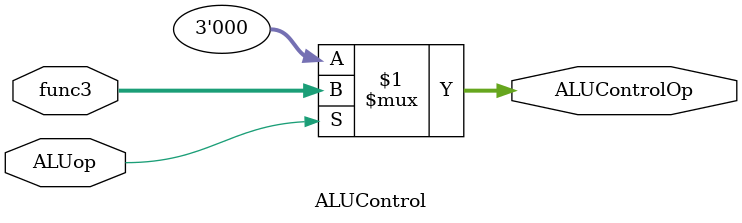
<source format=v>
module ALUControl(
    input ALUop,
    input [2:0]func3,
    output [2:0]ALUControlOp
    );
	
    assign ALUControlOp = ALUop ? func3 : 3'b000;
endmodule
</source>
